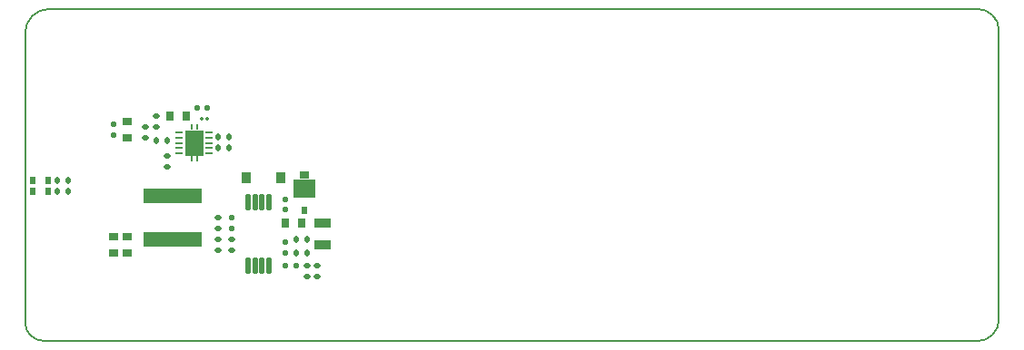
<source format=gbp>
G04*
G04 #@! TF.GenerationSoftware,Altium Limited,Altium Designer,23.0.1 (38)*
G04*
G04 Layer_Color=128*
%FSLAX25Y25*%
%MOIN*%
G70*
G04*
G04 #@! TF.SameCoordinates,B4ED9068-0949-4354-B78F-C4858C2F04AE*
G04*
G04*
G04 #@! TF.FilePolarity,Positive*
G04*
G01*
G75*
%ADD13C,0.00500*%
G04:AMPARAMS|DCode=29|XSize=59.06mil|YSize=35.43mil|CornerRadius=1.77mil|HoleSize=0mil|Usage=FLASHONLY|Rotation=0.000|XOffset=0mil|YOffset=0mil|HoleType=Round|Shape=RoundedRectangle|*
%AMROUNDEDRECTD29*
21,1,0.05906,0.03189,0,0,0.0*
21,1,0.05551,0.03543,0,0,0.0*
1,1,0.00354,0.02776,-0.01595*
1,1,0.00354,-0.02776,-0.01595*
1,1,0.00354,-0.02776,0.01595*
1,1,0.00354,0.02776,0.01595*
%
%ADD29ROUNDEDRECTD29*%
G04:AMPARAMS|DCode=30|XSize=23.62mil|YSize=17.72mil|CornerRadius=4.43mil|HoleSize=0mil|Usage=FLASHONLY|Rotation=180.000|XOffset=0mil|YOffset=0mil|HoleType=Round|Shape=RoundedRectangle|*
%AMROUNDEDRECTD30*
21,1,0.02362,0.00886,0,0,180.0*
21,1,0.01476,0.01772,0,0,180.0*
1,1,0.00886,-0.00738,0.00443*
1,1,0.00886,0.00738,0.00443*
1,1,0.00886,0.00738,-0.00443*
1,1,0.00886,-0.00738,-0.00443*
%
%ADD30ROUNDEDRECTD30*%
G04:AMPARAMS|DCode=32|XSize=56.3mil|YSize=216.54mil|CornerRadius=5.63mil|HoleSize=0mil|Usage=FLASHONLY|Rotation=90.000|XOffset=0mil|YOffset=0mil|HoleType=Round|Shape=RoundedRectangle|*
%AMROUNDEDRECTD32*
21,1,0.05630,0.20528,0,0,90.0*
21,1,0.04504,0.21654,0,0,90.0*
1,1,0.01126,0.10264,0.02252*
1,1,0.01126,0.10264,-0.02252*
1,1,0.01126,-0.10264,-0.02252*
1,1,0.01126,-0.10264,0.02252*
%
%ADD32ROUNDEDRECTD32*%
%ADD34R,0.03346X0.02953*%
%ADD35R,0.02165X0.02756*%
%ADD36R,0.08032X0.07087*%
G04:AMPARAMS|DCode=37|XSize=23.62mil|YSize=17.72mil|CornerRadius=4.43mil|HoleSize=0mil|Usage=FLASHONLY|Rotation=90.000|XOffset=0mil|YOffset=0mil|HoleType=Round|Shape=RoundedRectangle|*
%AMROUNDEDRECTD37*
21,1,0.02362,0.00886,0,0,90.0*
21,1,0.01476,0.01772,0,0,90.0*
1,1,0.00886,0.00443,0.00738*
1,1,0.00886,0.00443,-0.00738*
1,1,0.00886,-0.00443,-0.00738*
1,1,0.00886,-0.00443,0.00738*
%
%ADD37ROUNDEDRECTD37*%
G04:AMPARAMS|DCode=39|XSize=42.52mil|YSize=36.22mil|CornerRadius=9.06mil|HoleSize=0mil|Usage=FLASHONLY|Rotation=90.000|XOffset=0mil|YOffset=0mil|HoleType=Round|Shape=RoundedRectangle|*
%AMROUNDEDRECTD39*
21,1,0.04252,0.01811,0,0,90.0*
21,1,0.02441,0.03622,0,0,90.0*
1,1,0.01811,0.00906,0.01221*
1,1,0.01811,0.00906,-0.01221*
1,1,0.01811,-0.00906,-0.01221*
1,1,0.01811,-0.00906,0.01221*
%
%ADD39ROUNDEDRECTD39*%
G04:AMPARAMS|DCode=40|XSize=58.07mil|YSize=17.72mil|CornerRadius=4.43mil|HoleSize=0mil|Usage=FLASHONLY|Rotation=270.000|XOffset=0mil|YOffset=0mil|HoleType=Round|Shape=RoundedRectangle|*
%AMROUNDEDRECTD40*
21,1,0.05807,0.00886,0,0,270.0*
21,1,0.04921,0.01772,0,0,270.0*
1,1,0.00886,-0.00443,-0.02461*
1,1,0.00886,-0.00443,0.02461*
1,1,0.00886,0.00443,0.02461*
1,1,0.00886,0.00443,-0.02461*
%
%ADD40ROUNDEDRECTD40*%
G04:AMPARAMS|DCode=41|XSize=32.68mil|YSize=27.56mil|CornerRadius=2.76mil|HoleSize=0mil|Usage=FLASHONLY|Rotation=90.000|XOffset=0mil|YOffset=0mil|HoleType=Round|Shape=RoundedRectangle|*
%AMROUNDEDRECTD41*
21,1,0.03268,0.02205,0,0,90.0*
21,1,0.02717,0.02756,0,0,90.0*
1,1,0.00551,0.01102,0.01358*
1,1,0.00551,0.01102,-0.01358*
1,1,0.00551,-0.01102,-0.01358*
1,1,0.00551,-0.01102,0.01358*
%
%ADD41ROUNDEDRECTD41*%
G04:AMPARAMS|DCode=42|XSize=32.68mil|YSize=27.56mil|CornerRadius=2.76mil|HoleSize=0mil|Usage=FLASHONLY|Rotation=180.000|XOffset=0mil|YOffset=0mil|HoleType=Round|Shape=RoundedRectangle|*
%AMROUNDEDRECTD42*
21,1,0.03268,0.02205,0,0,180.0*
21,1,0.02717,0.02756,0,0,180.0*
1,1,0.00551,-0.01358,0.01102*
1,1,0.00551,0.01358,0.01102*
1,1,0.00551,0.01358,-0.01102*
1,1,0.00551,-0.01358,-0.01102*
%
%ADD42ROUNDEDRECTD42*%
G04:AMPARAMS|DCode=43|XSize=19.69mil|YSize=9.84mil|CornerRadius=0mil|HoleSize=0mil|Usage=FLASHONLY|Rotation=90.000|XOffset=0mil|YOffset=0mil|HoleType=Round|Shape=RoundedRectangle|*
%AMROUNDEDRECTD43*
21,1,0.01969,0.00984,0,0,90.0*
21,1,0.01969,0.00984,0,0,90.0*
1,1,0.00000,0.00492,0.00985*
1,1,0.00000,0.00492,-0.00985*
1,1,0.00000,-0.00492,-0.00985*
1,1,0.00000,-0.00492,0.00985*
%
%ADD43ROUNDEDRECTD43*%
G04:AMPARAMS|DCode=44|XSize=94.49mil|YSize=64.96mil|CornerRadius=1.62mil|HoleSize=0mil|Usage=FLASHONLY|Rotation=90.000|XOffset=0mil|YOffset=0mil|HoleType=Round|Shape=RoundedRectangle|*
%AMROUNDEDRECTD44*
21,1,0.09449,0.06171,0,0,90.0*
21,1,0.09124,0.06496,0,0,90.0*
1,1,0.00325,0.03086,0.04562*
1,1,0.00325,0.03086,-0.04562*
1,1,0.00325,-0.03086,-0.04562*
1,1,0.00325,-0.03086,0.04562*
%
%ADD44ROUNDEDRECTD44*%
G04:AMPARAMS|DCode=45|XSize=23.62mil|YSize=9.84mil|CornerRadius=1.48mil|HoleSize=0mil|Usage=FLASHONLY|Rotation=180.000|XOffset=0mil|YOffset=0mil|HoleType=Round|Shape=RoundedRectangle|*
%AMROUNDEDRECTD45*
21,1,0.02362,0.00689,0,0,180.0*
21,1,0.02067,0.00984,0,0,180.0*
1,1,0.00295,-0.01033,0.00344*
1,1,0.00295,0.01033,0.00344*
1,1,0.00295,0.01033,-0.00344*
1,1,0.00295,-0.01033,-0.00344*
%
%ADD45ROUNDEDRECTD45*%
G04:AMPARAMS|DCode=46|XSize=11.81mil|YSize=13.78mil|CornerRadius=2.95mil|HoleSize=0mil|Usage=FLASHONLY|Rotation=180.000|XOffset=0mil|YOffset=0mil|HoleType=Round|Shape=RoundedRectangle|*
%AMROUNDEDRECTD46*
21,1,0.01181,0.00787,0,0,180.0*
21,1,0.00591,0.01378,0,0,180.0*
1,1,0.00591,-0.00295,0.00394*
1,1,0.00591,0.00295,0.00394*
1,1,0.00591,0.00295,-0.00394*
1,1,0.00591,-0.00295,-0.00394*
%
%ADD46ROUNDEDRECTD46*%
%ADD47R,0.02362X0.02756*%
G04:AMPARAMS|DCode=73|XSize=21.62mil|YSize=17.69mil|CornerRadius=3.92mil|HoleSize=0mil|Usage=FLASHONLY|Rotation=180.000|XOffset=0mil|YOffset=0mil|HoleType=Round|Shape=RoundedRectangle|*
%AMROUNDEDRECTD73*
21,1,0.02162,0.00984,0,0,180.0*
21,1,0.01378,0.01769,0,0,180.0*
1,1,0.00784,-0.00689,0.00492*
1,1,0.00784,0.00689,0.00492*
1,1,0.00784,0.00689,-0.00492*
1,1,0.00784,-0.00689,-0.00492*
%
%ADD73ROUNDEDRECTD73*%
G04:AMPARAMS|DCode=74|XSize=21.62mil|YSize=17.69mil|CornerRadius=3.92mil|HoleSize=0mil|Usage=FLASHONLY|Rotation=90.000|XOffset=0mil|YOffset=0mil|HoleType=Round|Shape=RoundedRectangle|*
%AMROUNDEDRECTD74*
21,1,0.02162,0.00984,0,0,90.0*
21,1,0.01378,0.01769,0,0,90.0*
1,1,0.00784,0.00492,0.00689*
1,1,0.00784,0.00492,-0.00689*
1,1,0.00784,-0.00492,-0.00689*
1,1,0.00784,-0.00492,0.00689*
%
%ADD74ROUNDEDRECTD74*%
D13*
X1253987Y724592D02*
G03*
X1246113Y732466I-7874J0D01*
G01*
Y610419D02*
G03*
X1253987Y618293I0J7874D01*
G01*
X896703Y617309D02*
G03*
X903593Y610419I6890J0D01*
G01*
X905561Y732466D02*
G03*
X896703Y723608I0J-8858D01*
G01*
X1253987Y618293D02*
Y724592D01*
X905561Y732466D02*
X1246113D01*
X903593Y610419D02*
X1246113D01*
X896703Y617309D02*
Y723608D01*
D29*
X1005955Y653726D02*
D03*
Y645852D02*
D03*
D30*
X940994Y685190D02*
D03*
Y689190D02*
D03*
X944932Y689128D02*
D03*
Y693128D02*
D03*
X967569Y651726D02*
D03*
Y655726D02*
D03*
Y643852D02*
D03*
Y647852D02*
D03*
X972491Y643852D02*
D03*
Y647852D02*
D03*
X1003987Y634010D02*
D03*
Y638010D02*
D03*
X1000050Y634010D02*
D03*
Y638010D02*
D03*
X948868Y674364D02*
D03*
Y678364D02*
D03*
D32*
X950837Y647742D02*
D03*
Y663647D02*
D03*
D34*
X999065Y671541D02*
D03*
D35*
Y658450D02*
D03*
D36*
Y666521D02*
D03*
D37*
X996081Y647821D02*
D03*
X1000081D02*
D03*
X996081Y642899D02*
D03*
X1000081D02*
D03*
X944900Y684238D02*
D03*
X948900D02*
D03*
X971538Y685419D02*
D03*
X967538D02*
D03*
X971538Y681482D02*
D03*
X967538D02*
D03*
X912483Y669474D02*
D03*
X908483D02*
D03*
X912514Y665537D02*
D03*
X908514D02*
D03*
D39*
X990601Y670458D02*
D03*
X978003D02*
D03*
D40*
X978494Y638222D02*
D03*
X981054D02*
D03*
X983613D02*
D03*
X986172D02*
D03*
Y661356D02*
D03*
X983613D02*
D03*
X981054D02*
D03*
X978494D02*
D03*
D41*
X998081Y653726D02*
D03*
X992176D02*
D03*
X955758Y693096D02*
D03*
X949853D02*
D03*
D42*
X934105Y648805D02*
D03*
Y642899D02*
D03*
X929183Y648805D02*
D03*
Y642899D02*
D03*
X934105Y691128D02*
D03*
Y685222D02*
D03*
D43*
X957727Y677544D02*
D03*
X959695D02*
D03*
X957727Y688963D02*
D03*
X959695D02*
D03*
D44*
X958711Y683253D02*
D03*
D45*
X953199Y687190D02*
D03*
Y685222D02*
D03*
Y683253D02*
D03*
Y681285D02*
D03*
Y679317D02*
D03*
X964223D02*
D03*
Y681285D02*
D03*
Y683253D02*
D03*
Y685222D02*
D03*
Y687190D02*
D03*
D46*
X961467Y692112D02*
D03*
X963632D02*
D03*
D47*
X905167Y669277D02*
D03*
Y665341D02*
D03*
X899656D02*
D03*
Y669277D02*
D03*
D73*
X972491Y655694D02*
D03*
Y651757D02*
D03*
X992176Y658647D02*
D03*
Y662584D02*
D03*
Y646836D02*
D03*
Y642899D02*
D03*
X929183Y686206D02*
D03*
Y690143D02*
D03*
D74*
X996113Y637978D02*
D03*
X992176D02*
D03*
X963632Y696049D02*
D03*
X959695D02*
D03*
M02*

</source>
